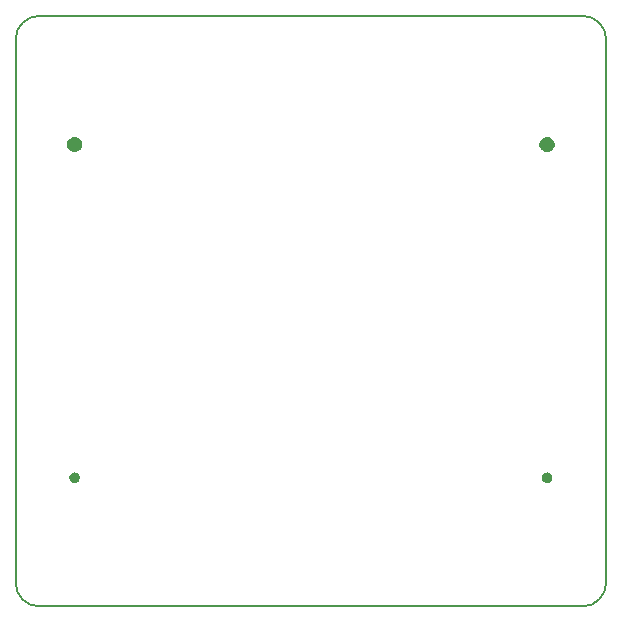
<source format=gbr>
%TF.GenerationSoftware,KiCad,Pcbnew,8.0.1*%
%TF.CreationDate,2024-05-09T15:37:21+08:00*%
%TF.ProjectId,ProDocument_ZYNQ7020_V1_2024-04-10,50726f44-6f63-4756-9d65-6e745f5a594e,rev?*%
%TF.SameCoordinates,Original*%
%TF.FileFunction,Profile,NP*%
%FSLAX46Y46*%
G04 Gerber Fmt 4.6, Leading zero omitted, Abs format (unit mm)*
G04 Created by KiCad (PCBNEW 8.0.1) date 2024-05-09 15:37:21*
%MOMM*%
%LPD*%
G01*
G04 APERTURE LIST*
%TA.AperFunction,Profile*%
%ADD10C,0.130000*%
%TD*%
%TA.AperFunction,Profile*%
%ADD11C,0.000000*%
%TD*%
G04 APERTURE END LIST*
D10*
X161779204Y-102310797D02*
G75*
G02*
X159779203Y-100310798I-4J1999997D01*
G01*
X209779204Y-100310798D02*
X209779204Y-54310797D01*
X161779204Y-52310798D02*
X207779204Y-52310798D01*
X209779204Y-100310798D02*
G75*
G02*
X207779204Y-102310804I-2000004J-2D01*
G01*
X207779204Y-52310798D02*
G75*
G02*
X209779202Y-54310797I-4J-2000002D01*
G01*
X207779204Y-102310797D02*
X161779204Y-102310797D01*
X159779204Y-54310797D02*
X159779204Y-100310798D01*
X159779204Y-54310797D02*
G75*
G02*
X161779204Y-52310804I1999996J-3D01*
G01*
D11*
%TA.AperFunction,Profile*%
%TO.C,CN1*%
G36*
X204905983Y-90979025D02*
G01*
X205022491Y-91032233D01*
X205119290Y-91116110D01*
X205188537Y-91223860D01*
X205224623Y-91346756D01*
X205224623Y-91474839D01*
X205188537Y-91597734D01*
X205119290Y-91705484D01*
X205022491Y-91789361D01*
X204905983Y-91842570D01*
X204779203Y-91860797D01*
X204652423Y-91842570D01*
X204535915Y-91789361D01*
X204439116Y-91705484D01*
X204369869Y-91597734D01*
X204333783Y-91474839D01*
X204333783Y-91346756D01*
X204369869Y-91223860D01*
X204439116Y-91116110D01*
X204535915Y-91032233D01*
X204652423Y-90979025D01*
X204779203Y-90960798D01*
X204905983Y-90979025D01*
G37*
%TD.AperFunction*%
%TA.AperFunction,Profile*%
G36*
X204934758Y-62579685D02*
G01*
X205081273Y-62635251D01*
X205210233Y-62724265D01*
X205314143Y-62841555D01*
X205386964Y-62980304D01*
X205424464Y-63132448D01*
X205424464Y-63289146D01*
X205386963Y-63441290D01*
X205314143Y-63580039D01*
X205210233Y-63697329D01*
X205081273Y-63786343D01*
X204934758Y-63841909D01*
X204779203Y-63860797D01*
X204623648Y-63841909D01*
X204477133Y-63786343D01*
X204348173Y-63697329D01*
X204244263Y-63580039D01*
X204171443Y-63441290D01*
X204133942Y-63289146D01*
X204133942Y-63132448D01*
X204171442Y-62980304D01*
X204244263Y-62841555D01*
X204348173Y-62724265D01*
X204477133Y-62635251D01*
X204623648Y-62579685D01*
X204779203Y-62560797D01*
X204934758Y-62579685D01*
G37*
%TD.AperFunction*%
%TA.AperFunction,Profile*%
%TO.C,CN2*%
G36*
X164905983Y-90979025D02*
G01*
X165022491Y-91032233D01*
X165119290Y-91116110D01*
X165188537Y-91223860D01*
X165224623Y-91346756D01*
X165224623Y-91474839D01*
X165188537Y-91597734D01*
X165119290Y-91705484D01*
X165022491Y-91789361D01*
X164905983Y-91842570D01*
X164779203Y-91860797D01*
X164652423Y-91842570D01*
X164535915Y-91789361D01*
X164439116Y-91705484D01*
X164369869Y-91597734D01*
X164333783Y-91474839D01*
X164333783Y-91346756D01*
X164369869Y-91223860D01*
X164439116Y-91116110D01*
X164535915Y-91032233D01*
X164652423Y-90979025D01*
X164779203Y-90960798D01*
X164905983Y-90979025D01*
G37*
%TD.AperFunction*%
%TA.AperFunction,Profile*%
G36*
X164934758Y-62579685D02*
G01*
X165081273Y-62635251D01*
X165210233Y-62724265D01*
X165314143Y-62841555D01*
X165386964Y-62980304D01*
X165424464Y-63132448D01*
X165424464Y-63289146D01*
X165386963Y-63441290D01*
X165314143Y-63580039D01*
X165210233Y-63697329D01*
X165081273Y-63786343D01*
X164934758Y-63841909D01*
X164779203Y-63860797D01*
X164623648Y-63841909D01*
X164477133Y-63786343D01*
X164348173Y-63697329D01*
X164244263Y-63580039D01*
X164171443Y-63441290D01*
X164133942Y-63289146D01*
X164133942Y-63132448D01*
X164171442Y-62980304D01*
X164244263Y-62841555D01*
X164348173Y-62724265D01*
X164477133Y-62635251D01*
X164623648Y-62579685D01*
X164779203Y-62560797D01*
X164934758Y-62579685D01*
G37*
%TD.AperFunction*%
%TD*%
M02*

</source>
